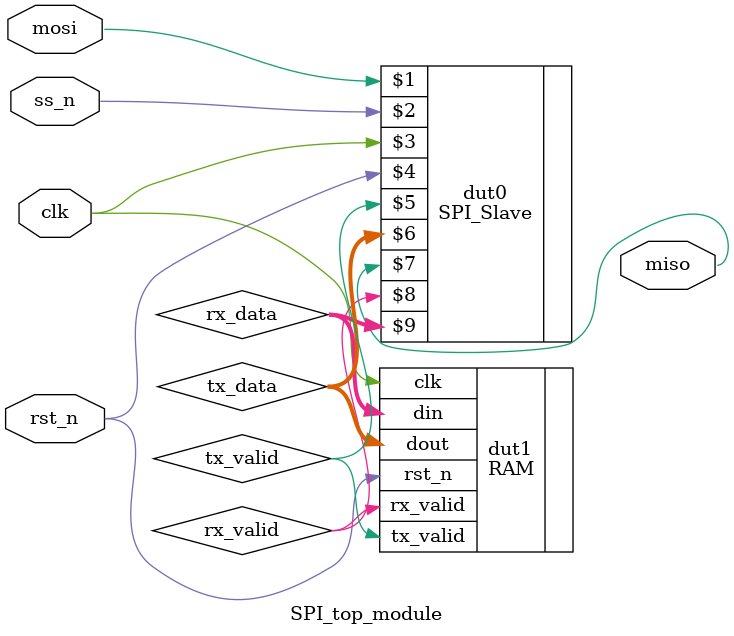
<source format=v>
module SPI_top_module (mosi, ss_n, clk, rst_n, miso);

//Input ports
input clk, rst_n, ss_n;	//Control signals
input mosi;				//Master_out_slave_in input

//Output ports
output miso;			//Master_in_slave_out output

//Internal signals
wire[9:0] rx_data;			//The parallel data sent to RAM
wire rx_valid, tx_valid;	//Control signals for the read and write 
wire[7:0] tx_data;			//The parallel data sent from the RAM to SPI

//SPI module
SPI_Slave dut0 (mosi, ss_n, clk,rst_n, tx_valid, tx_data, miso, rx_valid, rx_data);

//RAM module
RAM dut1 (.clk(clk), .rst_n(rst_n), .rx_valid(rx_valid), .tx_valid(tx_valid), .din(rx_data), .dout(tx_data));
endmodule
</source>
